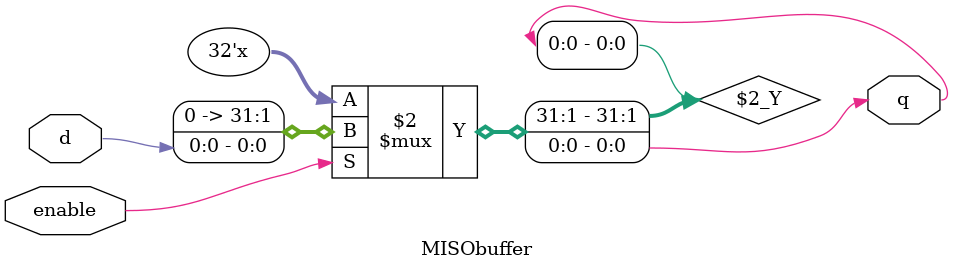
<source format=v>
/*
 * Simple tri-state buffer for MISO
 */

module MISObuffer
(
	input d,
	input enable,
	output q
);
	assign q = enable ? d : 'bz;
endmodule
</source>
